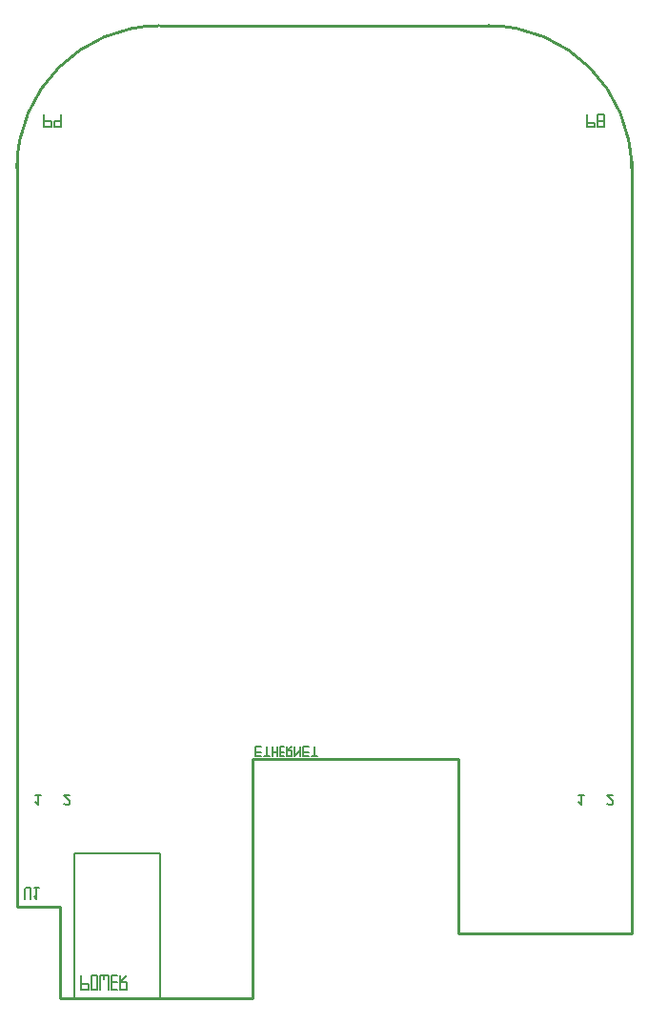
<source format=gbr>
G04 start of page 9 for group -4078 idx -4078 *
G04 Title: Motor Controller, bottomsilk *
G04 Creator: pcb 4.0.2 *
G04 CreationDate: Wed Aug 19 04:53:54 2020 UTC *
G04 For: kevin *
G04 Format: Gerber/RS-274X *
G04 PCB-Dimensions (mil): 3300.00 3900.00 *
G04 PCB-Coordinate-Origin: lower left *
%MOIN*%
%FSLAX25Y25*%
%LNBOTTOMSILK*%
%ADD71C,0.0100*%
%ADD70C,0.0060*%
G54D70*X48500Y6000D02*X51000Y8500D01*
X48500Y6000D02*X51000D01*
Y3500D02*Y6000D01*
X48500Y3500D02*X51000D01*
X48500D02*Y8500D01*
X45500Y3500D02*X47500D01*
X45500Y6000D02*X47500D01*
X45500Y8500D02*X47500D01*
X45500Y3500D02*Y8500D01*
X44500Y3500D02*Y8500D01*
X41500D02*X44500D01*
X43000Y7000D02*Y8500D01*
X41500Y3500D02*Y8500D01*
X38500Y3500D02*X40500D01*
Y8500D01*
X38500D02*X40500D01*
X38500Y3500D02*Y8500D01*
X35000Y5500D02*X37500D01*
Y3500D02*Y5500D01*
X35000Y3500D02*X37500D01*
X35000D02*Y8500D01*
X215500Y307000D02*X218000D01*
X215500Y305000D02*X218000D01*
Y309500D01*
X215500D02*X218000D01*
X215500Y305000D02*Y309500D01*
X212000Y306500D02*X214500D01*
Y305000D02*Y306500D01*
X212000Y305000D02*X214500D01*
X212000D02*Y309500D01*
X22000Y307000D02*X24500D01*
X28000Y305000D02*Y309500D01*
X25500Y307000D02*X28000D01*
X25500Y305000D02*X28000D01*
X25500D02*Y307000D01*
X24500Y305000D02*Y307000D01*
X22000Y305000D02*X24500D01*
X22000D02*Y309500D01*
X210000Y68000D02*X209000Y69000D01*
X210000Y68000D02*Y71500D01*
X209000D02*X211000D01*
X219000D02*X221000D01*
Y69500D02*X219000Y71500D01*
X221000Y68500D02*Y69500D01*
X220500Y68000D02*X221000Y68500D01*
X219500Y68000D02*X220500D01*
X219000Y68500D02*X219500Y68000D01*
X20000D02*X19000Y69000D01*
X20000Y68000D02*Y71500D01*
X19000D02*X21000D01*
X29000D02*X31000D01*
Y69500D02*X29000Y71500D01*
X31000Y68500D02*Y69500D01*
X30500Y68000D02*X31000Y68500D01*
X29500Y68000D02*X30500D01*
X29000Y68500D02*X29500Y68000D01*
X32500Y1000D02*Y51000D01*
X62500Y500D02*Y51000D01*
X32500D02*X62500D01*
G54D71*Y340500D02*X177500D01*
X167000Y23000D02*X227500D01*
X95000Y500D02*Y84000D01*
X27500Y500D02*X95000D01*
X227500Y23000D02*Y293000D01*
X12500Y32500D02*Y293000D01*
G54D70*X116500Y85000D02*Y88500D01*
X115500Y85000D02*X117500D01*
X112500D02*X114500D01*
X112500Y86500D02*X114500D01*
X112500Y88500D02*X114500D01*
X112500Y85000D02*Y88500D01*
X111500Y85000D02*Y88500D01*
Y87000D02*Y88500D01*
X109500Y85000D02*X111500Y87000D01*
X109500Y85000D02*Y88500D01*
X107000Y87000D02*X108500Y88500D01*
X107000Y87000D02*X108500D01*
Y85000D02*Y87000D01*
X107000Y85000D02*X108500D01*
X107000D02*Y88500D01*
X104500Y85000D02*X106000D01*
X104500Y86500D02*X106000D01*
X104500Y88500D02*X106000D01*
X104500Y85000D02*Y88500D01*
X103500Y85000D02*Y88500D01*
X102000Y86500D02*X103500D01*
X102000Y85000D02*Y88500D01*
X100000Y85000D02*Y88500D01*
X99000Y85000D02*X101000D01*
X96000D02*X98000D01*
X96000Y86500D02*X98000D01*
X96000Y88500D02*X98000D01*
X96000Y85000D02*Y88500D01*
G54D71*X95000Y84000D02*X167000D01*
Y23000D02*Y84000D01*
X12500Y32500D02*X27500D01*
Y500D02*Y32500D01*
X62500Y340500D02*G75*G03X12500Y290500I0J-50000D01*G01*
X227500Y290500D02*G75*G03X177500Y340500I-50000J0D01*G01*
G54D70*X15409Y35215D02*Y38715D01*
X15909Y39215D01*
X16909D01*
X17409Y38715D01*
Y35215D02*Y38715D01*
X18609Y36015D02*X19409Y35215D01*
Y39215D01*
X18609D02*X20109D01*
M02*

</source>
